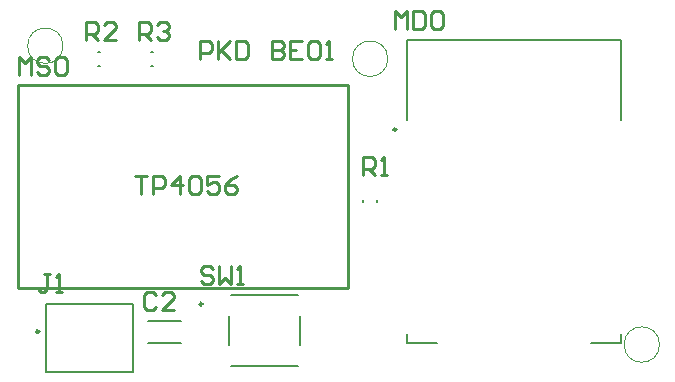
<source format=gto>
G04*
G04 #@! TF.GenerationSoftware,Altium Limited,Altium Designer,23.4.1 (23)*
G04*
G04 Layer_Color=65535*
%FSLAX44Y44*%
%MOMM*%
G71*
G04*
G04 #@! TF.SameCoordinates,0DB361A5-78C8-4FEA-9A46-C3B996989F44*
G04*
G04*
G04 #@! TF.FilePolarity,Positive*
G04*
G01*
G75*
%ADD10C,0.0000*%
%ADD11C,0.2500*%
%ADD12C,0.2000*%
%ADD13C,0.2540*%
D10*
X315000Y267000D02*
G03*
X315000Y267000I-15000J0D01*
G01*
X545000Y25000D02*
G03*
X545000Y25000I-15000J0D01*
G01*
X40000Y278000D02*
G03*
X40000Y278000I-15000J0D01*
G01*
D11*
X158070Y59330D02*
G03*
X158070Y59330I-1250J0D01*
G01*
X19730Y36000D02*
G03*
X19730Y36000I-1250J0D01*
G01*
X322270Y207010D02*
G03*
X322270Y207010I-1250J0D01*
G01*
D12*
X182570Y66830D02*
X239070D01*
X240820Y24580D02*
Y49080D01*
X182570Y6830D02*
X239070D01*
X180820Y24580D02*
Y49080D01*
X293970Y145680D02*
Y147680D01*
X305470Y145680D02*
Y147680D01*
X25230Y59500D02*
X99230D01*
Y2000D02*
Y59500D01*
X25230Y2000D02*
X99230D01*
X25230D02*
Y59500D01*
X331020Y215260D02*
Y282660D01*
Y26160D02*
Y33660D01*
X487170Y26160D02*
X512520D01*
X331020D02*
X356370D01*
X512520Y215260D02*
Y282660D01*
Y26160D02*
Y33660D01*
X331020Y282660D02*
X512520D01*
X114570Y272450D02*
X116570D01*
X114570Y260950D02*
X116570D01*
X69480Y272450D02*
X71480D01*
X69480Y260950D02*
X71480D01*
X112068Y44621D02*
X140189D01*
X112068Y26499D02*
X140189D01*
D13*
X1540Y72642D02*
Y244643D01*
X281540Y72642D02*
Y244643D01*
X1540D02*
X281540D01*
X1540Y72642D02*
X281540D01*
X167129Y89150D02*
X164590Y91689D01*
X159511D01*
X156972Y89150D01*
Y86611D01*
X159511Y84072D01*
X164590D01*
X167129Y81532D01*
Y78993D01*
X164590Y76454D01*
X159511D01*
X156972Y78993D01*
X172207Y91689D02*
Y76454D01*
X177285Y81532D01*
X182364Y76454D01*
Y91689D01*
X187442Y76454D02*
X192521D01*
X189981D01*
Y91689D01*
X187442Y89150D01*
X2794Y253535D02*
Y268770D01*
X7872Y263691D01*
X12951Y268770D01*
Y253535D01*
X28186Y266230D02*
X25647Y268770D01*
X20568D01*
X18029Y266230D01*
Y263691D01*
X20568Y261152D01*
X25647D01*
X28186Y258613D01*
Y256074D01*
X25647Y253535D01*
X20568D01*
X18029Y256074D01*
X33264Y266230D02*
X35803Y268770D01*
X40882D01*
X43421Y266230D01*
Y256074D01*
X40882Y253535D01*
X35803D01*
X33264Y256074D01*
Y266230D01*
X100600Y167888D02*
X110757D01*
X105678D01*
Y152653D01*
X115835D02*
Y167888D01*
X123453D01*
X125992Y165348D01*
Y160270D01*
X123453Y157731D01*
X115835D01*
X138688Y152653D02*
Y167888D01*
X131070Y160270D01*
X141227D01*
X146305Y165348D02*
X148844Y167888D01*
X153923D01*
X156462Y165348D01*
Y155192D01*
X153923Y152653D01*
X148844D01*
X146305Y155192D01*
Y165348D01*
X171697Y167888D02*
X161540D01*
Y160270D01*
X166619Y162809D01*
X169158D01*
X171697Y160270D01*
Y155192D01*
X169158Y152653D01*
X164079D01*
X161540Y155192D01*
X186932Y167888D02*
X181854Y165348D01*
X176775Y160270D01*
Y155192D01*
X179315Y152653D01*
X184393D01*
X186932Y155192D01*
Y157731D01*
X184393Y160270D01*
X176775D01*
X156210Y266700D02*
Y281935D01*
X163827D01*
X166367Y279396D01*
Y274317D01*
X163827Y271778D01*
X156210D01*
X171445Y281935D02*
Y266700D01*
Y271778D01*
X181602Y281935D01*
X173984Y274317D01*
X181602Y266700D01*
X186680Y281935D02*
Y266700D01*
X194298D01*
X196837Y269239D01*
Y279396D01*
X194298Y281935D01*
X186680D01*
X217150D02*
Y266700D01*
X224768D01*
X227307Y269239D01*
Y271778D01*
X224768Y274317D01*
X217150D01*
X224768D01*
X227307Y276857D01*
Y279396D01*
X224768Y281935D01*
X217150D01*
X242542D02*
X232385D01*
Y266700D01*
X242542D01*
X232385Y274317D02*
X237464D01*
X247620Y279396D02*
X250160Y281935D01*
X255238D01*
X257777Y279396D01*
Y269239D01*
X255238Y266700D01*
X250160D01*
X247620Y269239D01*
Y279396D01*
X262855Y266700D02*
X267934D01*
X265395D01*
Y281935D01*
X262855Y279396D01*
X293624Y168148D02*
Y183383D01*
X301241D01*
X303781Y180844D01*
Y175765D01*
X301241Y173226D01*
X293624D01*
X298702D02*
X303781Y168148D01*
X308859D02*
X313937D01*
X311398D01*
Y183383D01*
X308859Y180844D01*
X28699Y84323D02*
X23620D01*
X26160D01*
Y71627D01*
X23620Y69088D01*
X21081D01*
X18542Y71627D01*
X33777Y69088D02*
X38855D01*
X36316D01*
Y84323D01*
X33777Y81784D01*
X104394Y282956D02*
Y298191D01*
X112011D01*
X114551Y295652D01*
Y290574D01*
X112011Y288034D01*
X104394D01*
X109472D02*
X114551Y282956D01*
X119629Y295652D02*
X122168Y298191D01*
X127247D01*
X129786Y295652D01*
Y293113D01*
X127247Y290574D01*
X124707D01*
X127247D01*
X129786Y288034D01*
Y285495D01*
X127247Y282956D01*
X122168D01*
X119629Y285495D01*
X59182Y282956D02*
Y298191D01*
X66800D01*
X69339Y295652D01*
Y290574D01*
X66800Y288034D01*
X59182D01*
X64260D02*
X69339Y282956D01*
X84574D02*
X74417D01*
X84574Y293113D01*
Y295652D01*
X82035Y298191D01*
X76956D01*
X74417Y295652D01*
X321056Y292354D02*
Y307589D01*
X326134Y302511D01*
X331213Y307589D01*
Y292354D01*
X336291Y307589D02*
Y292354D01*
X343909D01*
X346448Y294893D01*
Y305050D01*
X343909Y307589D01*
X336291D01*
X351526Y305050D02*
X354065Y307589D01*
X359144D01*
X361683Y305050D01*
Y294893D01*
X359144Y292354D01*
X354065D01*
X351526Y294893D01*
Y305050D01*
X118869Y67052D02*
X116329Y69591D01*
X111251D01*
X108712Y67052D01*
Y56895D01*
X111251Y54356D01*
X116329D01*
X118869Y56895D01*
X134104Y54356D02*
X123947D01*
X134104Y64513D01*
Y67052D01*
X131565Y69591D01*
X126486D01*
X123947Y67052D01*
M02*

</source>
